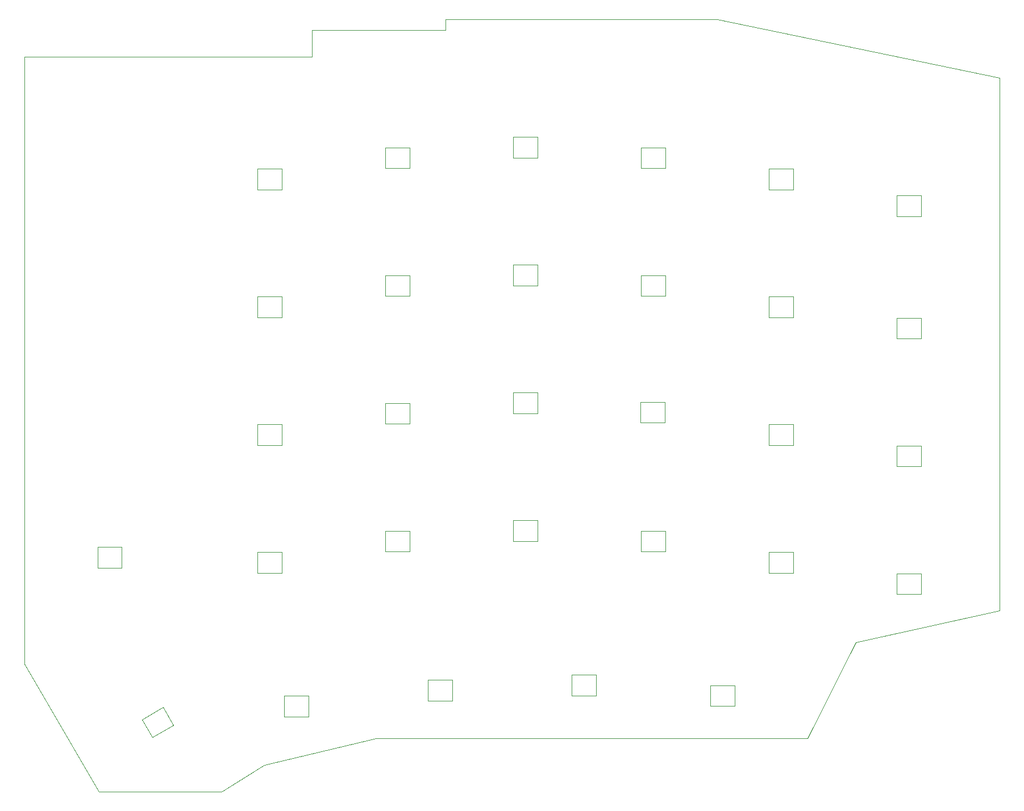
<source format=gbr>
G04 #@! TF.GenerationSoftware,KiCad,Pcbnew,5.1.5+dfsg1-2build2*
G04 #@! TF.CreationDate,2021-01-09T21:52:19+00:00*
G04 #@! TF.ProjectId,cynaroides,63796e61-726f-4696-9465-732e6b696361,rev?*
G04 #@! TF.SameCoordinates,Original*
G04 #@! TF.FileFunction,Profile,NP*
%FSLAX46Y46*%
G04 Gerber Fmt 4.6, Leading zero omitted, Abs format (unit mm)*
G04 Created by KiCad (PCBNEW 5.1.5+dfsg1-2build2) date 2021-01-09 21:52:19*
%MOMM*%
%LPD*%
G04 APERTURE LIST*
%ADD10C,0.050000*%
%ADD11C,0.120000*%
G04 APERTURE END LIST*
D10*
X97631250Y-127000000D02*
X161925000Y-127000000D01*
X161925000Y-127000000D02*
X169068750Y-112712500D01*
X74612500Y-134937500D02*
X56356250Y-134937500D01*
X148431250Y-19843750D02*
X107950000Y-19843750D01*
X190500000Y-28575000D02*
X148431250Y-19843750D01*
X190500000Y-107950000D02*
X190500000Y-28575000D01*
X169068750Y-112712500D02*
X190500000Y-107950000D01*
X80962500Y-130968750D02*
X97631250Y-127000000D01*
X74612500Y-134937500D02*
X80962500Y-130968750D01*
X56356250Y-134937500D02*
X45243750Y-115887500D01*
X107950000Y-21431250D02*
X107950000Y-19843750D01*
X88106250Y-21431250D02*
X107950000Y-21431250D01*
X88106250Y-25400000D02*
X88106250Y-21431250D01*
X45243750Y-25400000D02*
X88106250Y-25400000D01*
X45243750Y-115887500D02*
X45243750Y-25400000D01*
D11*
X83556250Y-45206250D02*
X79956250Y-45206250D01*
X83556250Y-42106250D02*
X83556250Y-45206250D01*
X79956250Y-42106250D02*
X83556250Y-42106250D01*
X79956250Y-45206250D02*
X79956250Y-42106250D01*
X102606250Y-42031250D02*
X99006250Y-42031250D01*
X102606250Y-38931250D02*
X102606250Y-42031250D01*
X99006250Y-38931250D02*
X102606250Y-38931250D01*
X99006250Y-42031250D02*
X99006250Y-38931250D01*
X121656250Y-40443750D02*
X118056250Y-40443750D01*
X121656250Y-37343750D02*
X121656250Y-40443750D01*
X118056250Y-37343750D02*
X121656250Y-37343750D01*
X118056250Y-40443750D02*
X118056250Y-37343750D01*
X140706250Y-42031250D02*
X137106250Y-42031250D01*
X140706250Y-38931250D02*
X140706250Y-42031250D01*
X137106250Y-38931250D02*
X140706250Y-38931250D01*
X137106250Y-42031250D02*
X137106250Y-38931250D01*
X159756250Y-45206250D02*
X156156250Y-45206250D01*
X159756250Y-42106250D02*
X159756250Y-45206250D01*
X156156250Y-42106250D02*
X159756250Y-42106250D01*
X156156250Y-45206250D02*
X156156250Y-42106250D01*
X178806250Y-49175000D02*
X175206250Y-49175000D01*
X178806250Y-46075000D02*
X178806250Y-49175000D01*
X175206250Y-46075000D02*
X178806250Y-46075000D01*
X175206250Y-49175000D02*
X175206250Y-46075000D01*
X175206250Y-64331250D02*
X178806250Y-64331250D01*
X175206250Y-67431250D02*
X175206250Y-64331250D01*
X178806250Y-67431250D02*
X175206250Y-67431250D01*
X178806250Y-64331250D02*
X178806250Y-67431250D01*
X156156250Y-61156250D02*
X159756250Y-61156250D01*
X156156250Y-64256250D02*
X156156250Y-61156250D01*
X159756250Y-64256250D02*
X156156250Y-64256250D01*
X159756250Y-61156250D02*
X159756250Y-64256250D01*
X137106250Y-57981250D02*
X140706250Y-57981250D01*
X137106250Y-61081250D02*
X137106250Y-57981250D01*
X140706250Y-61081250D02*
X137106250Y-61081250D01*
X140706250Y-57981250D02*
X140706250Y-61081250D01*
X118056250Y-56393750D02*
X121656250Y-56393750D01*
X118056250Y-59493750D02*
X118056250Y-56393750D01*
X121656250Y-59493750D02*
X118056250Y-59493750D01*
X121656250Y-56393750D02*
X121656250Y-59493750D01*
X99006250Y-57981250D02*
X102606250Y-57981250D01*
X99006250Y-61081250D02*
X99006250Y-57981250D01*
X102606250Y-61081250D02*
X99006250Y-61081250D01*
X102606250Y-57981250D02*
X102606250Y-61081250D01*
X79956250Y-61156250D02*
X83556250Y-61156250D01*
X79956250Y-64256250D02*
X79956250Y-61156250D01*
X83556250Y-64256250D02*
X79956250Y-64256250D01*
X83556250Y-61156250D02*
X83556250Y-64256250D01*
X83556250Y-83306250D02*
X79956250Y-83306250D01*
X83556250Y-80206250D02*
X83556250Y-83306250D01*
X79956250Y-80206250D02*
X83556250Y-80206250D01*
X79956250Y-83306250D02*
X79956250Y-80206250D01*
X102606250Y-80131250D02*
X99006250Y-80131250D01*
X102606250Y-77031250D02*
X102606250Y-80131250D01*
X99006250Y-77031250D02*
X102606250Y-77031250D01*
X99006250Y-80131250D02*
X99006250Y-77031250D01*
X121656250Y-78543750D02*
X118056250Y-78543750D01*
X121656250Y-75443750D02*
X121656250Y-78543750D01*
X118056250Y-75443750D02*
X121656250Y-75443750D01*
X118056250Y-78543750D02*
X118056250Y-75443750D01*
X140611000Y-79959800D02*
X137011000Y-79959800D01*
X140611000Y-76859800D02*
X140611000Y-79959800D01*
X137011000Y-76859800D02*
X140611000Y-76859800D01*
X137011000Y-79959800D02*
X137011000Y-76859800D01*
X159756250Y-83306250D02*
X156156250Y-83306250D01*
X159756250Y-80206250D02*
X159756250Y-83306250D01*
X156156250Y-80206250D02*
X159756250Y-80206250D01*
X156156250Y-83306250D02*
X156156250Y-80206250D01*
X178806250Y-86481250D02*
X175206250Y-86481250D01*
X178806250Y-83381250D02*
X178806250Y-86481250D01*
X175206250Y-83381250D02*
X178806250Y-83381250D01*
X175206250Y-86481250D02*
X175206250Y-83381250D01*
X175206250Y-102431250D02*
X178806250Y-102431250D01*
X175206250Y-105531250D02*
X175206250Y-102431250D01*
X178806250Y-105531250D02*
X175206250Y-105531250D01*
X178806250Y-102431250D02*
X178806250Y-105531250D01*
X156156250Y-99256250D02*
X159756250Y-99256250D01*
X156156250Y-102356250D02*
X156156250Y-99256250D01*
X159756250Y-102356250D02*
X156156250Y-102356250D01*
X159756250Y-99256250D02*
X159756250Y-102356250D01*
X137106250Y-96081250D02*
X140706250Y-96081250D01*
X137106250Y-99181250D02*
X137106250Y-96081250D01*
X140706250Y-99181250D02*
X137106250Y-99181250D01*
X140706250Y-96081250D02*
X140706250Y-99181250D01*
X118056250Y-94493750D02*
X121656250Y-94493750D01*
X118056250Y-97593750D02*
X118056250Y-94493750D01*
X121656250Y-97593750D02*
X118056250Y-97593750D01*
X121656250Y-94493750D02*
X121656250Y-97593750D01*
X99006250Y-96081250D02*
X102606250Y-96081250D01*
X99006250Y-99181250D02*
X99006250Y-96081250D01*
X102606250Y-99181250D02*
X99006250Y-99181250D01*
X102606250Y-96081250D02*
X102606250Y-99181250D01*
X79956250Y-99256250D02*
X83556250Y-99256250D01*
X79956250Y-102356250D02*
X79956250Y-99256250D01*
X83556250Y-102356250D02*
X79956250Y-102356250D01*
X83556250Y-99256250D02*
X83556250Y-102356250D01*
X56143750Y-98462500D02*
X59743750Y-98462500D01*
X56143750Y-101562500D02*
X56143750Y-98462500D01*
X59743750Y-101562500D02*
X56143750Y-101562500D01*
X59743750Y-98462500D02*
X59743750Y-101562500D01*
X67421346Y-125061089D02*
X64303654Y-126861089D01*
X65871346Y-122376411D02*
X67421346Y-125061089D01*
X62753654Y-124176411D02*
X65871346Y-122376411D01*
X64303654Y-126861089D02*
X62753654Y-124176411D01*
X87525000Y-123787500D02*
X83925000Y-123787500D01*
X87525000Y-120687500D02*
X87525000Y-123787500D01*
X83925000Y-120687500D02*
X87525000Y-120687500D01*
X83925000Y-123787500D02*
X83925000Y-120687500D01*
X108956250Y-121406250D02*
X105356250Y-121406250D01*
X108956250Y-118306250D02*
X108956250Y-121406250D01*
X105356250Y-118306250D02*
X108956250Y-118306250D01*
X105356250Y-121406250D02*
X105356250Y-118306250D01*
X130387500Y-120612500D02*
X126787500Y-120612500D01*
X130387500Y-117512500D02*
X130387500Y-120612500D01*
X126787500Y-117512500D02*
X130387500Y-117512500D01*
X126787500Y-120612500D02*
X126787500Y-117512500D01*
X151025000Y-122200000D02*
X147425000Y-122200000D01*
X151025000Y-119100000D02*
X151025000Y-122200000D01*
X147425000Y-119100000D02*
X151025000Y-119100000D01*
X147425000Y-122200000D02*
X147425000Y-119100000D01*
M02*

</source>
